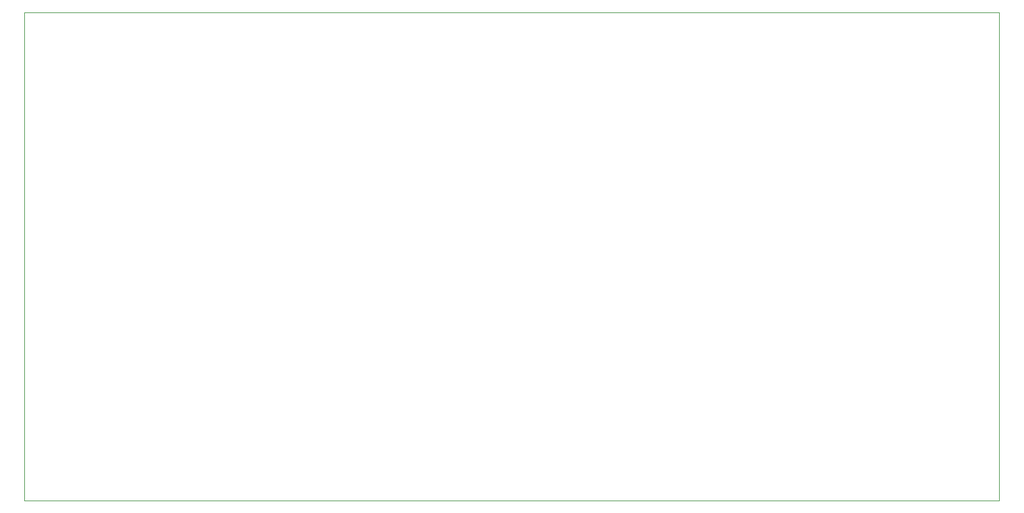
<source format=gbr>
%TF.GenerationSoftware,KiCad,Pcbnew,9.0.1*%
%TF.CreationDate,2025-04-28T16:18:14-07:00*%
%TF.ProjectId,qtkiln,71746b69-6c6e-42e6-9b69-6361645f7063,rev?*%
%TF.SameCoordinates,PX39b2820PY71f6ce0*%
%TF.FileFunction,Profile,NP*%
%FSLAX46Y46*%
G04 Gerber Fmt 4.6, Leading zero omitted, Abs format (unit mm)*
G04 Created by KiCad (PCBNEW 9.0.1) date 2025-04-28 16:18:14*
%MOMM*%
%LPD*%
G01*
G04 APERTURE LIST*
%TA.AperFunction,Profile*%
%ADD10C,0.050000*%
%TD*%
G04 APERTURE END LIST*
D10*
X132500000Y0D02*
X0Y0D01*
X132500000Y66500000D02*
X132500000Y0D01*
X0Y0D02*
X0Y66500000D01*
X0Y66500000D02*
X132500000Y66500000D01*
M02*

</source>
